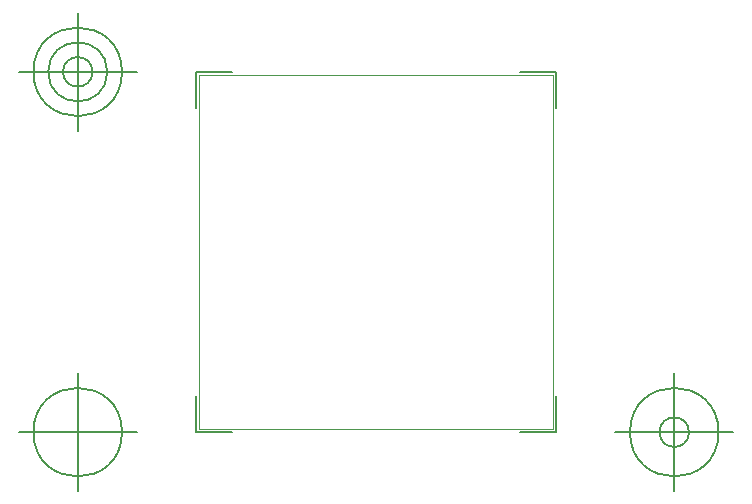
<source format=gbr>
G04 Generated by Ultiboard 14.3 *
%FSLAX34Y34*%
%MOMM*%

%ADD10C,0.0001*%
%ADD11C,0.0010*%
%ADD12C,0.1270*%


G04 ColorRGB 00FFFF for the following layer *
%LNBoard Outline*%
%LPD*%
G54D10*
G54D11*
X-33020Y-12980D02*
X266980Y-12980D01*
X266980Y287020D01*
X-33020Y287020D01*
X-33020Y-12980D01*
G54D12*
X-35560Y-15520D02*
X-35560Y14988D01*
X-35560Y-15520D02*
X-5052Y-15520D01*
X269520Y-15520D02*
X239012Y-15520D01*
X269520Y-15520D02*
X269520Y14988D01*
X269520Y289560D02*
X269520Y259052D01*
X269520Y289560D02*
X239012Y289560D01*
X-35560Y289560D02*
X-5052Y289560D01*
X-35560Y289560D02*
X-35560Y259052D01*
X-85560Y-15520D02*
X-185560Y-15520D01*
X-135560Y-65520D02*
X-135560Y34480D01*
X-173060Y-15520D02*
G75*
D01*
G02X-173060Y-15520I37500J0*
G01*
X319520Y-15520D02*
X419520Y-15520D01*
X369520Y-65520D02*
X369520Y34480D01*
X332020Y-15520D02*
G75*
D01*
G02X332020Y-15520I37500J0*
G01*
X357020Y-15520D02*
G75*
D01*
G02X357020Y-15520I12500J0*
G01*
X-85560Y289560D02*
X-185560Y289560D01*
X-135560Y239560D02*
X-135560Y339560D01*
X-173060Y289560D02*
G75*
D01*
G02X-173060Y289560I37500J0*
G01*
X-160560Y289560D02*
G75*
D01*
G02X-160560Y289560I25000J0*
G01*
X-148060Y289560D02*
G75*
D01*
G02X-148060Y289560I12500J0*
G01*

M02*

</source>
